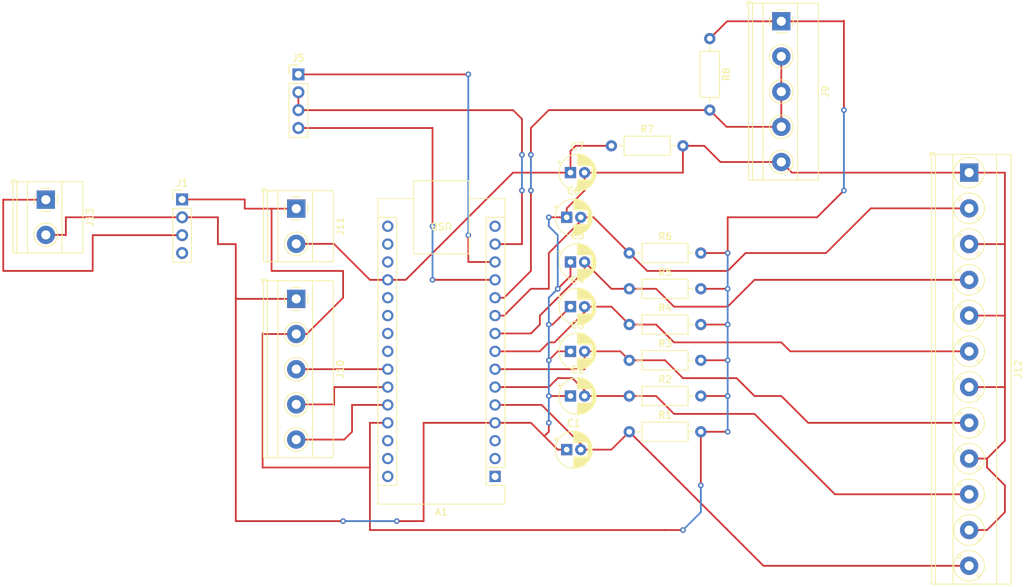
<source format=kicad_pcb>
(kicad_pcb (version 20221018) (generator pcbnew)
  (layers (0 "F.Cu" signal) (31 "B.Cu" signal) (34 "B.Paste" user) (35 "F.Paste" user) (36 "B.SilkS" user "B.Silkscreen") (37 "F.SilkS" user "F.Silkscreen") (38 "B.Mask" user) (39 "F.Mask" user) (44 "Edge.Cuts" user))
  (net 0 "")
  (net 4 "GND")
  (net 5 "Net-(A1-D2)")
  (net 6 "Net-(A1-D3)")
  (net 7 "Net-(A1-D4)")
  (net 8 "Net-(A1-D5)")
  (net 9 "Net-(A1-D6)")
  (net 10 "Net-(A1-D7)")
  (net 11 "Net-(A1-D8)")
  (net 12 "Net-(A1-D9)")
  (net 13 "Net-(A1-D10)")
  (net 14 "Net-(A1-D11)")
  (net 19 "Net-(A1-A0)")
  (net 24 "Net-(A1-A5)")
  (net 25 "Net-(A1-A6)")
  (net 26 "Net-(A1-A7)")
  (net 27 "Net-(A1-+5V)")
  (net 31 "Net-(J1-Pin_3)")
  (footprint "Capacitor_THT:CP_Radial_D5.0mm_P2.00mm" (layer "F.Cu") (at 145.32 78.74)
    (fp_text reference "C5" (at 1 -3.75) (layer "F.SilkS"))
    (fp_text value "C")
    (pad "1" thru_hole rect (at 0 0) (size 1.6 1.6) (drill 0.8) (layers "*.Cu" "*.Mask") (net 4 "GND"))
    (pad "2" thru_hole circle (at 2 0) (size 1.6 1.6) (drill 0.8) (layers "*.Cu" "*.Mask") (net 9 "Net-(A1-D6)"))
  )
  (footprint "Resistor_THT:R_Axial_DIN0207_L6.3mm_D2.5mm_P10.16mm_Horizontal" (layer "F.Cu") (at 165.1 46.99 -90)
    (fp_text reference "R8" (at 5.08 -2.37 90) (layer "F.SilkS"))
    (fp_text value "10kR")
    (pad "1" thru_hole circle (at 0 0 270) (size 1.6 1.6) (drill 0.8) (layers "*.Cu" "*.Mask") (net 27 "Net-(A1-+5V)"))
    (pad "2" thru_hole oval (at 10.16 0 270) (size 1.6 1.6) (drill 0.8) (layers "*.Cu" "*.Mask") (net 11 "Net-(A1-D8)"))
  )
  (footprint "Resistor_THT:R_Axial_DIN0207_L6.3mm_D2.5mm_P10.16mm_Horizontal" (layer "F.Cu") (at 153.67 92.71)
    (fp_text reference "R3" (at 5.08 -2.37) (layer "F.SilkS"))
    (fp_text value "R")
    (pad "1" thru_hole circle (at 0 0) (size 1.6 1.6) (drill 0.8) (layers "*.Cu" "*.Mask") (net 7 "Net-(A1-D4)"))
    (pad "2" thru_hole oval (at 10.16 0) (size 1.6 1.6) (drill 0.8) (layers "*.Cu" "*.Mask") (net 27 "Net-(A1-+5V)"))
  )
  (footprint "TerminalBlock_Phoenix:TerminalBlock_Phoenix_MKDS-1,5-5_1x05_P5.00mm_Horizontal" (layer "F.Cu") (at 106.375 83.98 -90)
    (fp_text reference "J10" (at 10 -6.26 90) (layer "F.SilkS"))
    (fp_text value "K-Type")
    (pad "1" thru_hole rect (at 0 0 270) (size 2.6 2.6) (drill 1.3) (layers "*.Cu" "*.Mask") (net 4 "GND"))
    (pad "2" thru_hole circle (at 5 0 270) (size 2.6 2.6) (drill 1.3) (layers "*.Cu" "*.Mask") (net 27 "Net-(A1-+5V)"))
    (pad "3" thru_hole circle (at 10 0 270) (size 2.6 2.6) (drill 1.3) (layers "*.Cu" "*.Mask") (net 24 "Net-(A1-A5)"))
    (pad "4" thru_hole circle (at 15 0 270) (size 2.6 2.6) (drill 1.3) (layers "*.Cu" "*.Mask") (net 25 "Net-(A1-A6)"))
    (pad "5" thru_hole circle (at 20 0 270) (size 2.6 2.6) (drill 1.3) (layers "*.Cu" "*.Mask") (net 26 "Net-(A1-A7)"))
  )
  (footprint "Resistor_THT:R_Axial_DIN0207_L6.3mm_D2.5mm_P10.16mm_Horizontal" (layer "F.Cu") (at 153.67 82.55)
    (fp_text reference "R5" (at 5.08 -2.37) (layer "F.SilkS"))
    (fp_text value "R")
    (pad "1" thru_hole circle (at 0 0) (size 1.6 1.6) (drill 0.8) (layers "*.Cu" "*.Mask") (net 9 "Net-(A1-D6)"))
    (pad "2" thru_hole oval (at 10.16 0) (size 1.6 1.6) (drill 0.8) (layers "*.Cu" "*.Mask") (net 27 "Net-(A1-+5V)"))
  )
  (footprint "Resistor_THT:R_Axial_DIN0207_L6.3mm_D2.5mm_P10.16mm_Horizontal" (layer "F.Cu") (at 153.67 102.87)
    (fp_text reference "R1" (at 5.08 -2.37) (layer "F.SilkS"))
    (fp_text value "R")
    (pad "1" thru_hole circle (at 0 0) (size 1.6 1.6) (drill 0.8) (layers "*.Cu" "*.Mask") (net 5 "Net-(A1-D2)"))
    (pad "2" thru_hole oval (at 10.16 0) (size 1.6 1.6) (drill 0.8) (layers "*.Cu" "*.Mask") (net 27 "Net-(A1-+5V)"))
  )
  (footprint "Capacitor_THT:CP_Radial_D5.0mm_P2.00mm" (layer "F.Cu") (at 145.32 97.79)
    (fp_text reference "C2" (at 1 -3.75) (layer "F.SilkS"))
    (fp_text value "C")
    (pad "1" thru_hole rect (at 0 0) (size 1.6 1.6) (drill 0.8) (layers "*.Cu" "*.Mask") (net 4 "GND"))
    (pad "2" thru_hole circle (at 2 0) (size 1.6 1.6) (drill 0.8) (layers "*.Cu" "*.Mask") (net 6 "Net-(A1-D3)"))
  )
  (footprint "TerminalBlock_Phoenix:TerminalBlock_Phoenix_MKDS-3-12-5.08_1x12_P5.08mm_Horizontal" (layer "F.Cu") (at 201.93 66.04 -90)
    (fp_text reference "J12" (at 27.94 -6.96 90) (layer "F.SilkS"))
    (fp_text value "Kapacitivni senzori")
    (pad "1" thru_hole rect (at 0 0 270) (size 2.6 2.6) (drill 1.3) (layers "*.Cu" "*.Mask") (net 4 "GND"))
    (pad "2" thru_hole circle (at 5.08 0 270) (size 2.6 2.6) (drill 1.3) (layers "*.Cu" "*.Mask") (net 10 "Net-(A1-D7)"))
    (pad "3" thru_hole circle (at 10.16 0 270) (size 2.6 2.6) (drill 1.3) (layers "*.Cu" "*.Mask") (net 4 "GND"))
    (pad "4" thru_hole circle (at 15.24 0 270) (size 2.6 2.6) (drill 1.3) (layers "*.Cu" "*.Mask") (net 9 "Net-(A1-D6)"))
    (pad "5" thru_hole circle (at 20.32 0 270) (size 2.6 2.6) (drill 1.3) (layers "*.Cu" "*.Mask") (net 4 "GND"))
    (pad "6" thru_hole circle (at 25.4 0 270) (size 2.6 2.6) (drill 1.3) (layers "*.Cu" "*.Mask") (net 8 "Net-(A1-D5)"))
    (pad "7" thru_hole circle (at 30.48 0 270) (size 2.6 2.6) (drill 1.3) (layers "*.Cu" "*.Mask") (net 4 "GND"))
    (pad "8" thru_hole circle (at 35.56 0 270) (size 2.6 2.6) (drill 1.3) (layers "*.Cu" "*.Mask") (net 7 "Net-(A1-D4)"))
    (pad "9" thru_hole circle (at 40.64 0 270) (size 2.6 2.6) (drill 1.3) (layers "*.Cu" "*.Mask") (net 4 "GND"))
    (pad "10" thru_hole circle (at 45.72 0 270) (size 2.6 2.6) (drill 1.3) (layers "*.Cu" "*.Mask") (net 6 "Net-(A1-D3)"))
    (pad "11" thru_hole circle (at 50.8 0 270) (size 2.6 2.6) (drill 1.3) (layers "*.Cu" "*.Mask") (net 4 "GND"))
    (pad "12" thru_hole circle (at 55.88 0 270) (size 2.6 2.6) (drill 1.3) (layers "*.Cu" "*.Mask") (net 5 "Net-(A1-D2)"))
  )
  (footprint "TerminalBlock_Phoenix:TerminalBlock_Phoenix_MKDS-1,5-2_1x02_P5.00mm_Horizontal" (layer "F.Cu") (at 106.375 71.16 -90)
    (fp_text reference "J11" (at 2.5 -6.26 90) (layer "F.SilkS"))
    (fp_text value "Foto senzor")
    (pad "1" thru_hole rect (at 0 0 270) (size 2.6 2.6) (drill 1.3) (layers "*.Cu" "*.Mask") (net 27 "Net-(A1-+5V)"))
    (pad "2" thru_hole circle (at 5 0 270) (size 2.6 2.6) (drill 1.3) (layers "*.Cu" "*.Mask") (net 19 "Net-(A1-A0)"))
  )
  (footprint "Capacitor_THT:CP_Radial_D5.0mm_P2.00mm" (layer "F.Cu") (at 144.78 105.41)
    (fp_text reference "C1" (at 1 -3.75) (layer "F.SilkS"))
    (fp_text value "C")
    (pad "1" thru_hole rect (at 0 0) (size 1.6 1.6) (drill 0.8) (layers "*.Cu" "*.Mask") (net 4 "GND"))
    (pad "2" thru_hole circle (at 2 0) (size 1.6 1.6) (drill 0.8) (layers "*.Cu" "*.Mask") (net 5 "Net-(A1-D2)"))
  )
  (footprint "Capacitor_THT:CP_Radial_D5.0mm_P2.00mm" (layer "F.Cu") (at 144.78 72.39)
    (fp_text reference "C6" (at 1 -3.75) (layer "F.SilkS"))
    (fp_text value "C")
    (pad "1" thru_hole rect (at 0 0) (size 1.6 1.6) (drill 0.8) (layers "*.Cu" "*.Mask") (net 4 "GND"))
    (pad "2" thru_hole circle (at 2 0) (size 1.6 1.6) (drill 0.8) (layers "*.Cu" "*.Mask") (net 10 "Net-(A1-D7)"))
  )
  (footprint "Capacitor_THT:CP_Radial_D5.0mm_P2.00mm" (layer "F.Cu") (at 145.32 91.44)
    (fp_text reference "C3" (at 1 -3.75) (layer "F.SilkS"))
    (fp_text value "C")
    (pad "1" thru_hole rect (at 0 0) (size 1.6 1.6) (drill 0.8) (layers "*.Cu" "*.Mask") (net 4 "GND"))
    (pad "2" thru_hole circle (at 2 0) (size 1.6 1.6) (drill 0.8) (layers "*.Cu" "*.Mask") (net 7 "Net-(A1-D4)"))
  )
  (footprint "Resistor_THT:R_Axial_DIN0207_L6.3mm_D2.5mm_P10.16mm_Horizontal" (layer "F.Cu") (at 153.67 97.79)
    (fp_text reference "R2" (at 5.08 -2.37) (layer "F.SilkS"))
    (fp_text value "R")
    (pad "1" thru_hole circle (at 0 0) (size 1.6 1.6) (drill 0.8) (layers "*.Cu" "*.Mask") (net 6 "Net-(A1-D3)"))
    (pad "2" thru_hole oval (at 10.16 0) (size 1.6 1.6) (drill 0.8) (layers "*.Cu" "*.Mask") (net 27 "Net-(A1-+5V)"))
  )
  (footprint "Resistor_THT:R_Axial_DIN0207_L6.3mm_D2.5mm_P10.16mm_Horizontal" (layer "F.Cu") (at 153.67 77.47)
    (fp_text reference "R6" (at 5.08 -2.37) (layer "F.SilkS"))
    (fp_text value "R")
    (pad "1" thru_hole circle (at 0 0) (size 1.6 1.6) (drill 0.8) (layers "*.Cu" "*.Mask") (net 10 "Net-(A1-D7)"))
    (pad "2" thru_hole oval (at 10.16 0) (size 1.6 1.6) (drill 0.8) (layers "*.Cu" "*.Mask") (net 27 "Net-(A1-+5V)"))
  )
  (footprint "TerminalBlock_Phoenix:TerminalBlock_Phoenix_MKDS-1,5-2_1x02_P5.00mm_Horizontal" (layer "F.Cu") (at 70.815 69.89 -90)
    (fp_text reference "J13" (at 2.5 -6.26 90) (layer "F.SilkS"))
    (fp_text value "Napajanje12V")
    (pad "1" thru_hole rect (at 0 0 270) (size 2.6 2.6) (drill 1.3) (layers "*.Cu" "*.Mask") (net 31 "Net-(J1-Pin_3)"))
    (pad "2" thru_hole circle (at 5 0 270) (size 2.6 2.6) (drill 1.3) (layers "*.Cu" "*.Mask") (net 4 "GND"))
  )
  (footprint "Capacitor_THT:CP_Radial_D5.0mm_P2.00mm" (layer "F.Cu") (at 145.32 66.04)
    (fp_text reference "C7" (at 1 -3.75) (layer "F.SilkS"))
    (fp_text value "C")
    (pad "1" thru_hole rect (at 0 0) (size 1.6 1.6) (drill 0.8) (layers "*.Cu" "*.Mask") (net 19 "Net-(A1-A0)"))
    (pad "2" thru_hole circle (at 2 0) (size 1.6 1.6) (drill 0.8) (layers "*.Cu" "*.Mask") (net 4 "GND"))
  )
  (footprint "Connector_PinHeader_2.54mm:PinHeader_1x04_P2.54mm_Vertical" (layer "F.Cu") (at 106.68 52.08)
    (fp_text reference "J5" (at 0 -2.33) (layer "F.SilkS"))
    (fp_text value "MAX485Comm")
    (pad "1" thru_hole rect (at 0 0) (size 1.7 1.7) (drill 1) (layers "*.Cu" "*.Mask") (net 13 "Net-(A1-D10)"))
    (pad "2" thru_hole oval (at 0 2.54) (size 1.7 1.7) (drill 1) (layers "*.Cu" "*.Mask") (net 14 "Net-(A1-D11)"))
    (pad "3" thru_hole oval (at 0 5.08) (size 1.7 1.7) (drill 1) (layers "*.Cu" "*.Mask") (net 14 "Net-(A1-D11)"))
    (pad "4" thru_hole oval (at 0 7.62) (size 1.7 1.7) (drill 1) (layers "*.Cu" "*.Mask") (net 12 "Net-(A1-D9)"))
  )
  (footprint "Capacitor_THT:CP_Radial_D5.0mm_P2.00mm" (layer "F.Cu") (at 145.32 85.09)
    (fp_text reference "C4" (at 1 -3.75) (layer "F.SilkS"))
    (fp_text value "C")
    (pad "1" thru_hole rect (at 0 0) (size 1.6 1.6) (drill 0.8) (layers "*.Cu" "*.Mask") (net 4 "GND"))
    (pad "2" thru_hole circle (at 2 0) (size 1.6 1.6) (drill 0.8) (layers "*.Cu" "*.Mask") (net 8 "Net-(A1-D5)"))
  )
  (footprint "Connector_PinHeader_2.54mm:PinHeader_1x04_P2.54mm_Vertical" (layer "F.Cu") (at 90.17 69.85)
    (fp_text reference "J1" (at 0 -2.33) (layer "F.SilkS"))
    (fp_text value "dc-dc mini buck converter")
    (pad "1" thru_hole rect (at 0 0) (size 1.7 1.7) (drill 1) (layers "*.Cu" "*.Mask") (net 27 "Net-(A1-+5V)"))
    (pad "2" thru_hole oval (at 0 2.54) (size 1.7 1.7) (drill 1) (layers "*.Cu" "*.Mask") (net 4 "GND"))
    (pad "3" thru_hole oval (at 0 5.08) (size 1.7 1.7) (drill 1) (layers "*.Cu" "*.Mask") (net 31 "Net-(J1-Pin_3)"))
    (pad "4" thru_hole oval (at 0 7.62) (size 1.7 1.7) (drill 1) (layers "*.Cu" "*.Mask"))
  )
  (footprint "Resistor_THT:R_Axial_DIN0207_L6.3mm_D2.5mm_P10.16mm_Horizontal" (layer "F.Cu") (at 151.13 62.23)
    (fp_text reference "R7" (at 5.08 -2.37) (layer "F.SilkS"))
    (fp_text value "R")
    (pad "1" thru_hole circle (at 0 0) (size 1.6 1.6) (drill 0.8) (layers "*.Cu" "*.Mask") (net 19 "Net-(A1-A0)"))
    (pad "2" thru_hole oval (at 10.16 0) (size 1.6 1.6) (drill 0.8) (layers "*.Cu" "*.Mask") (net 4 "GND"))
  )
  (footprint "Module:Arduino_Nano" (layer "F.Cu") (at 134.61 109.22 180)
    (fp_text reference "A1" (at 7.62 -5.08) (layer "F.SilkS"))
    (fp_text value "Arduino_Nano_v3.x")
    (fp_text user "USB" (at 7.62 35.56 180 unlocked) (layer "F.SilkS"))
    (pad "1" thru_hole rect (at 0 0 180) (size 1.6 1.6) (drill 1) (layers "*.Cu" "*.Mask"))
    (pad "2" thru_hole oval (at 0 2.54 180) (size 1.6 1.6) (drill 1) (layers "*.Cu" "*.Mask"))
    (pad "3" thru_hole oval (at 0 5.08 180) (size 1.6 1.6) (drill 1) (layers "*.Cu" "*.Mask"))
    (pad "4" thru_hole oval (at 0 7.62 180) (size 1.6 1.6) (drill 1) (layers "*.Cu" "*.Mask") (net 4 "GND"))
    (pad "5" thru_hole oval (at 0 10.16 180) (size 1.6 1.6) (drill 1) (layers "*.Cu" "*.Mask") (net 5 "Net-(A1-D2)"))
    (pad "6" thru_hole oval (at 0 12.7 180) (size 1.6 1.6) (drill 1) (layers "*.Cu" "*.Mask") (net 6 "Net-(A1-D3)"))
    (pad "7" thru_hole oval (at 0 15.24 180) (size 1.6 1.6) (drill 1) (layers "*.Cu" "*.Mask") (net 7 "Net-(A1-D4)"))
    (pad "8" thru_hole oval (at 0 17.78 180) (size 1.6 1.6) (drill 1) (layers "*.Cu" "*.Mask") (net 8 "Net-(A1-D5)"))
    (pad "9" thru_hole oval (at 0 20.32 180) (size 1.6 1.6) (drill 1) (layers "*.Cu" "*.Mask") (net 9 "Net-(A1-D6)"))
    (pad "10" thru_hole oval (at 0 22.86 180) (size 1.6 1.6) (drill 1) (layers "*.Cu" "*.Mask") (net 10 "Net-(A1-D7)"))
    (pad "11" thru_hole oval (at 0 25.4 180) (size 1.6 1.6) (drill 1) (layers "*.Cu" "*.Mask") (net 11 "Net-(A1-D8)"))
    (pad "12" thru_hole oval (at 0 27.94 180) (size 1.6 1.6) (drill 1) (layers "*.Cu" "*.Mask") (net 12 "Net-(A1-D9)"))
    (pad "13" thru_hole oval (at 0 30.48 180) (size 1.6 1.6) (drill 1) (layers "*.Cu" "*.Mask") (net 13 "Net-(A1-D10)"))
    (pad "14" thru_hole oval (at 0 33.02 180) (size 1.6 1.6) (drill 1) (layers "*.Cu" "*.Mask") (net 14 "Net-(A1-D11)"))
    (pad "15" thru_hole oval (at 0 35.56 180) (size 1.6 1.6) (drill 1) (layers "*.Cu" "*.Mask"))
    (pad "16" thru_hole oval (at 15.24 35.56 180) (size 1.6 1.6) (drill 1) (layers "*.Cu" "*.Mask"))
    (pad "17" thru_hole oval (at 15.24 33.02 180) (size 1.6 1.6) (drill 1) (layers "*.Cu" "*.Mask"))
    (pad "18" thru_hole oval (at 15.24 30.48 180) (size 1.6 1.6) (drill 1) (layers "*.Cu" "*.Mask"))
    (pad "19" thru_hole oval (at 15.24 27.94 180) (size 1.6 1.6) (drill 1) (layers "*.Cu" "*.Mask") (net 19 "Net-(A1-A0)"))
    (pad "20" thru_hole oval (at 15.24 25.4 180) (size 1.6 1.6) (drill 1) (layers "*.Cu" "*.Mask"))
    (pad "21" thru_hole oval (at 15.24 22.86 180) (size 1.6 1.6) (drill 1) (layers "*.Cu" "*.Mask"))
    (pad "22" thru_hole oval (at 15.24 20.32 180) (size 1.6 1.6) (drill 1) (layers "*.Cu" "*.Mask"))
    (pad "23" thru_hole oval (at 15.24 17.78 180) (size 1.6 1.6) (drill 1) (layers "*.Cu" "*.Mask"))
    (pad "24" thru_hole oval (at 15.24 15.24 180) (size 1.6 1.6) (drill 1) (layers "*.Cu" "*.Mask") (net 24 "Net-(A1-A5)"))
    (pad "25" thru_hole oval (at 15.24 12.7 180) (size 1.6 1.6) (drill 1) (layers "*.Cu" "*.Mask") (net 25 "Net-(A1-A6)"))
    (pad "26" thru_hole oval (at 15.24 10.16 180) (size 1.6 1.6) (drill 1) (layers "*.Cu" "*.Mask") (net 26 "Net-(A1-A7)"))
    (pad "27" thru_hole oval (at 15.24 7.62 180) (size 1.6 1.6) (drill 1) (layers "*.Cu" "*.Mask") (net 27 "Net-(A1-+5V)"))
    (pad "28" thru_hole oval (at 15.24 5.08 180) (size 1.6 1.6) (drill 1) (layers "*.Cu" "*.Mask"))
    (pad "29" thru_hole oval (at 15.24 2.54 180) (size 1.6 1.6) (drill 1) (layers "*.Cu" "*.Mask"))
    (pad "30" thru_hole oval (at 15.24 0 180) (size 1.6 1.6) (drill 1) (layers "*.Cu" "*.Mask"))
  )
  (footprint "Resistor_THT:R_Axial_DIN0207_L6.3mm_D2.5mm_P10.16mm_Horizontal" (layer "F.Cu") (at 153.67 87.63)
    (fp_text reference "R4" (at 5.08 -2.37) (layer "F.SilkS"))
    (fp_text value "R")
    (pad "1" thru_hole circle (at 0 0) (size 1.6 1.6) (drill 0.8) (layers "*.Cu" "*.Mask") (net 8 "Net-(A1-D5)"))
    (pad "2" thru_hole oval (at 10.16 0) (size 1.6 1.6) (drill 0.8) (layers "*.Cu" "*.Mask") (net 27 "Net-(A1-+5V)"))
  )
  (footprint "TerminalBlock_Phoenix:TerminalBlock_Phoenix_MKDS-1,5-5_1x05_P5.00mm_Horizontal" (layer "F.Cu") (at 175.26 44.53 -90)
    (fp_text reference "J9" (at 10 -6.26 90) (layer "F.SilkS"))
    (fp_text value "Temperaturni senzori")
    (pad "1" thru_hole rect (at 0 0 270) (size 2.6 2.6) (drill 1.3) (layers "*.Cu" "*.Mask") (net 27 "Net-(A1-+5V)"))
    (pad "2" thru_hole circle (at 5 0 270) (size 2.6 2.6) (drill 1.3) (layers "*.Cu" "*.Mask") (net 11 "Net-(A1-D8)"))
    (pad "3" thru_hole circle (at 10 0 270) (size 2.6 2.6) (drill 1.3) (layers "*.Cu" "*.Mask") (net 11 "Net-(A1-D8)"))
    (pad "4" thru_hole circle (at 15 0 270) (size 2.6 2.6) (drill 1.3) (layers "*.Cu" "*.Mask") (net 11 "Net-(A1-D8)"))
    (pad "5" thru_hole circle (at 20 0 270) (size 2.6 2.6) (drill 1.3) (layers "*.Cu" "*.Mask") (net 4 "GND"))
  )
  (segment (start 176.77 66.04) (end 175.26 64.53) (width 0.25) (layer "F.Cu") (net 4))
  (segment (start 143.51 82.55) (end 145.32 80.74) (width 0.25) (layer "F.Cu") (net 4))
  (segment (start 73.66 72.39) (end 90.17 72.39) (width 0.25) (layer "F.Cu") (net 4))
  (segment (start 120.65 115.57) (end 124.46 115.57) (width 0.25) (layer "F.Cu") (net 4))
  (segment (start 201.93 66.04) (end 176.77 66.04) (width 0.25) (layer "F.Cu") (net 4))
  (segment (start 204.47 106.68) (end 201.93 106.68) (width 0.25) (layer "F.Cu") (net 4))
  (segment (start 95.25 76.2) (end 97.79 76.2) (width 0.25) (layer "F.Cu") (net 4))
  (segment (start 144.78 71.12) (end 144.78 72.39) (width 0.25) (layer "F.Cu") (net 4))
  (segment (start 142.24 87.63) (end 142.78 87.63) (width 0.25) (layer "F.Cu") (net 4))
  (segment (start 142.24 102.87) (end 142.24 101.6) (width 0.25) (layer "F.Cu") (net 4))
  (segment (start 97.79 113.03) (end 97.79 115.57) (width 0.25) (layer "F.Cu") (net 4))
  (segment (start 207.01 86.36) (end 201.93 86.36) (width 0.25) (layer "F.Cu") (net 4))
  (segment (start 207.01 66.04) (end 201.93 66.04) (width 0.25) (layer "F.Cu") (net 4))
  (segment (start 143.51 105.41) (end 141.605 103.505) (width 0.25) (layer "F.Cu") (net 4))
  (segment (start 124.46 101.6) (end 134.61 101.6) (width 0.25) (layer "F.Cu") (net 4))
  (segment (start 204.47 106.68) (end 207.01 104.14) (width 0.25) (layer "F.Cu") (net 4))
  (segment (start 73.62 74.89) (end 73.66 74.93) (width 0.25) (layer "F.Cu") (net 4))
  (segment (start 144.78 105.41) (end 143.51 105.41) (width 0.25) (layer "F.Cu") (net 4))
  (segment (start 207.01 86.36) (end 207.01 76.2) (width 0.25) (layer "F.Cu") (net 4))
  (segment (start 143.51 91.44) (end 145.32 91.44) (width 0.25) (layer "F.Cu") (net 4))
  (segment (start 97.79 76.2) (end 97.79 83.82) (width 0.25) (layer "F.Cu") (net 4))
  (segment (start 73.66 74.93) (end 73.66 72.39) (width 0.25) (layer "F.Cu") (net 4))
  (segment (start 207.01 114.3) (end 207.01 110.49) (width 0.25) (layer "F.Cu") (net 4))
  (segment (start 142.24 72.39) (end 144.78 72.39) (width 0.25) (layer "F.Cu") (net 4))
  (segment (start 70.815 74.89) (end 73.62 74.89) (width 0.25) (layer "F.Cu") (net 4))
  (segment (start 141.605 103.505) (end 142.24 102.87) (width 0.25) (layer "F.Cu") (net 4))
  (segment (start 90.17 72.39) (end 95.25 72.39) (width 0.25) (layer "F.Cu") (net 4))
  (segment (start 207.01 76.2) (end 201.93 76.2) (width 0.25) (layer "F.Cu") (net 4))
  (segment (start 139.7 101.6) (end 134.61 101.6) (width 0.25) (layer "F.Cu") (net 4))
  (segment (start 142.24 97.79) (end 145.32 97.79) (width 0.25) (layer "F.Cu") (net 4))
  (segment (start 207.01 96.52) (end 207.01 86.36) (width 0.25) (layer "F.Cu") (net 4))
  (segment (start 142.24 92.71) (end 143.51 91.44) (width 0.25) (layer "F.Cu") (net 4))
  (segment (start 97.79 83.82) (end 97.79 113.03) (width 0.25) (layer "F.Cu") (net 4))
  (segment (start 95.25 72.39) (end 95.25 76.2) (width 0.25) (layer "F.Cu") (net 4))
  (segment (start 204.47 116.84) (end 207.01 114.3) (width 0.25) (layer "F.Cu") (net 4))
  (segment (start 124.46 115.57) (end 124.46 101.6) (width 0.25) (layer "F.Cu") (net 4))
  (segment (start 207.01 110.49) (end 204.47 107.95) (width 0.25) (layer "F.Cu") (net 4))
  (segment (start 166.61 64.53) (end 175.26 64.53) (width 0.25) (layer "F.Cu") (net 4))
  (segment (start 161.29 66.04) (end 161.29 62.23) (width 0.25) (layer "F.Cu") (net 4))
  (segment (start 147.32 68.58) (end 144.78 71.12) (width 0.25) (layer "F.Cu") (net 4))
  (segment (start 147.32 66.04) (end 161.29 66.04) (width 0.25) (layer "F.Cu") (net 4))
  (segment (start 164.31 62.23) (end 161.29 62.23) (width 0.25) (layer "F.Cu") (net 4))
  (segment (start 166.61 64.53) (end 164.31 62.23) (width 0.25) (layer "F.Cu") (net 4))
  (segment (start 147.32 66.04) (end 147.32 68.58) (width 0.25) (layer "F.Cu") (net 4))
  (segment (start 204.47 107.95) (end 204.47 106.68) (width 0.25) (layer "F.Cu") (net 4))
  (segment (start 145.32 80.74) (end 145.32 78.74) (width 0.25) (layer "F.Cu") (net 4))
  (segment (start 207.01 76.2) (end 207.01 66.04) (width 0.25) (layer "F.Cu") (net 4))
  (segment (start 207.01 104.14) (end 207.01 96.52) (width 0.25) (layer "F.Cu") (net 4))
  (segment (start 201.93 116.84) (end 204.47 116.84) (width 0.25) (layer "F.Cu") (net 4))
  (segment (start 97.79 83.82) (end 97.95 83.98) (width 0.25) (layer "F.Cu") (net 4))
  (segment (start 97.95 83.98) (end 106.375 83.98) (width 0.25) (layer "F.Cu") (net 4))
  (segment (start 141.605 103.505) (end 139.7 101.6) (width 0.25) (layer "F.Cu") (net 4))
  (segment (start 142.78 87.63) (end 145.32 85.09) (width 0.25) (layer "F.Cu") (net 4))
  (segment (start 97.79 115.57) (end 113.03 115.57) (width 0.25) (layer "F.Cu") (net 4))
  (segment (start 207.01 96.52) (end 201.93 96.52) (width 0.25) (layer "F.Cu") (net 4))
  (via (at 142.24 87.63) (size 0.8) (drill 0.4) (layers "F.Cu" "B.Cu") (net 4))
  (via (at 120.65 115.57) (size 0.8) (drill 0.4) (layers "F.Cu" "B.Cu") (net 4))
  (via (at 142.24 101.6) (size 0.8) (drill 0.4) (layers "F.Cu" "B.Cu") (net 4))
  (via (at 142.24 72.39) (size 0.8) (drill 0.4) (layers "F.Cu" "B.Cu") (net 4))
  (via (at 142.24 92.71) (size 0.8) (drill 0.4) (layers "F.Cu" "B.Cu") (net 4))
  (via (at 113.03 115.57) (size 0.8) (drill 0.4) (layers "F.Cu" "B.Cu") (net 4))
  (via (at 142.24 97.79) (size 0.8) (drill 0.4) (layers "F.Cu" "B.Cu") (net 4))
  (via (at 143.51 82.55) (size 0.8) (drill 0.4) (layers "F.Cu" "B.Cu") (net 4))
  (segment (start 142.24 87.63) (end 142.24 83.82) (width 0.25) (layer "B.Cu") (net 4))
  (segment (start 143.51 74.93) (end 142.24 73.66) (width 0.25) (layer "B.Cu") (net 4))
  (segment (start 142.24 97.79) (end 142.24 92.71) (width 0.25) (layer "B.Cu") (net 4))
  (segment (start 142.24 83.82) (end 143.51 82.55) (width 0.25) (layer "B.Cu") (net 4))
  (segment (start 142.24 92.71) (end 142.24 87.63) (width 0.25) (layer "B.Cu") (net 4))
  (segment (start 143.51 82.55) (end 143.51 74.93) (width 0.25) (layer "B.Cu") (net 4))
  (segment (start 142.24 101.6) (end 142.24 97.79) (width 0.25) (layer "B.Cu") (net 4))
  (segment (start 142.24 73.66) (end 142.24 72.39) (width 0.25) (layer "B.Cu") (net 4))
  (segment (start 113.03 115.57) (end 120.65 115.57) (width 0.25) (layer "B.Cu") (net 4))
  (segment (start 146.78 105.41) (end 146.78 104.61) (width 0.25) (layer "F.Cu") (net 5))
  (segment (start 201.93 121.92) (end 172.72 121.92) (width 0.25) (layer "F.Cu") (net 5))
  (segment (start 151.13 105.41) (end 146.78 105.41) (width 0.25) (layer "F.Cu") (net 5))
  (segment (start 153.67 102.87) (end 151.13 105.41) (width 0.25) (layer "F.Cu") (net 5))
  (segment (start 146.78 104.61) (end 141.23 99.06) (width 0.25) (layer "F.Cu") (net 5))
  (segment (start 172.72 121.92) (end 153.67 102.87) (width 0.25) (layer "F.Cu") (net 5))
  (segment (start 141.23 99.06) (end 134.61 99.06) (width 0.25) (layer "F.Cu") (net 5))
  (segment (start 157.48 97.79) (end 153.67 97.79) (width 0.25) (layer "F.Cu") (net 6))
  (segment (start 182.88 111.76) (end 171.45 100.33) (width 0.25) (layer "F.Cu") (net 6))
  (segment (start 147.32 96.99) (end 145.58 95.25) (width 0.25) (layer "F.Cu") (net 6))
  (segment (start 147.32 97.79) (end 153.67 97.79) (width 0.25) (layer "F.Cu") (net 6))
  (segment (start 143.51 95.25) (end 142.24 96.52) (width 0.25) (layer "F.Cu") (net 6))
  (segment (start 201.93 111.76) (end 182.88 111.76) (width 0.25) (layer "F.Cu") (net 6))
  (segment (start 147.32 97.79) (end 147.32 96.99) (width 0.25) (layer "F.Cu") (net 6))
  (segment (start 142.24 96.52) (end 134.61 96.52) (width 0.25) (layer "F.Cu") (net 6))
  (segment (start 145.58 95.25) (end 143.51 95.25) (width 0.25) (layer "F.Cu") (net 6))
  (segment (start 160.02 100.33) (end 157.48 97.79) (width 0.25) (layer "F.Cu") (net 6))
  (segment (start 171.45 100.33) (end 160.02 100.33) (width 0.25) (layer "F.Cu") (net 6))
  (segment (start 171.45 97.79) (end 168.91 95.25) (width 0.25) (layer "F.Cu") (net 7))
  (segment (start 179.07 101.6) (end 175.26 97.79) (width 0.25) (layer "F.Cu") (net 7))
  (segment (start 147.32 93.98) (end 134.61 93.98) (width 0.25) (layer "F.Cu") (net 7))
  (segment (start 175.26 97.79) (end 171.45 97.79) (width 0.25) (layer "F.Cu") (net 7))
  (segment (start 147.32 91.44) (end 147.32 93.98) (width 0.25) (layer "F.Cu") (net 7))
  (segment (start 161.29 95.25) (end 158.75 92.71) (width 0.25) (layer "F.Cu") (net 7))
  (segment (start 201.93 101.6) (end 179.07 101.6) (width 0.25) (layer "F.Cu") (net 7))
  (segment (start 147.32 91.44) (end 152.4 91.44) (width 0.25) (layer "F.Cu") (net 7))
  (segment (start 152.4 91.44) (end 153.67 92.71) (width 0.25) (layer "F.Cu") (net 7))
  (segment (start 158.75 92.71) (end 153.67 92.71) (width 0.25) (layer "F.Cu") (net 7))
  (segment (start 168.91 95.25) (end 161.29 95.25) (width 0.25) (layer "F.Cu") (net 7))
  (segment (start 151.13 85.09) (end 153.67 87.63) (width 0.25) (layer "F.Cu") (net 8))
  (segment (start 160.02 90.17) (end 157.48 87.63) (width 0.25) (layer "F.Cu") (net 8))
  (segment (start 201.93 91.44) (end 176.53 91.44) (width 0.25) (layer "F.Cu") (net 8))
  (segment (start 142.24 90.17) (end 140.97 91.44) (width 0.25) (layer "F.Cu") (net 8))
  (segment (start 147.32 85.09) (end 151.13 85.09) (width 0.25) (layer "F.Cu") (net 8))
  (segment (start 147.32 85.09) (end 147.32 85.89) (width 0.25) (layer "F.Cu") (net 8))
  (segment (start 176.53 91.44) (end 175.26 90.17) (width 0.25) (layer "F.Cu") (net 8))
  (segment (start 143.04 90.17) (end 142.24 90.17) (width 0.25) (layer "F.Cu") (net 8))
  (segment (start 140.97 91.44) (end 134.61 91.44) (width 0.25) (layer "F.Cu") (net 8))
  (segment (start 147.32 85.89) (end 143.04 90.17) (width 0.25) (layer "F.Cu") (net 8))
  (segment (start 175.26 90.17) (end 160.02 90.17) (width 0.25) (layer "F.Cu") (net 8))
  (segment (start 157.48 87.63) (end 153.67 87.63) (width 0.25) (layer "F.Cu") (net 8))
  (segment (start 147.32 80.01) (end 140.97 86.36) (width 0.25) (layer "F.Cu") (net 9))
  (segment (start 140.97 86.36) (end 140.97 87.63) (width 0.25) (layer "F.Cu") (net 9))
  (segment (start 171.45 81.28) (end 167.64 85.09) (width 0.25) (layer "F.Cu") (net 9))
  (segment (start 139.7 88.9) (end 134.61 88.9) (width 0.25) (layer "F.Cu") (net 9))
  (segment (start 151.13 82.55) (end 147.32 78.74) (width 0.25) (layer "F.Cu") (net 9))
  (segment (start 140.97 87.63) (end 139.7 88.9) (width 0.25) (layer "F.Cu") (net 9))
  (segment (start 147.32 78.74) (end 147.32 80.01) (width 0.25) (layer "F.Cu") (net 9))
  (segment (start 201.93 81.28) (end 171.45 81.28) (width 0.25) (layer "F.Cu") (net 9))
  (segment (start 160.02 85.09) (end 157.48 82.55) (width 0.25) (layer "F.Cu") (net 9))
  (segment (start 167.64 85.09) (end 160.02 85.09) (width 0.25) (layer "F.Cu") (net 9))
  (segment (start 153.67 82.55) (end 151.13 82.55) (width 0.25) (layer "F.Cu") (net 9))
  (segment (start 157.48 82.55) (end 153.67 82.55) (width 0.25) (layer "F.Cu") (net 9))
  (segment (start 146.78 72.39) (end 148.59 72.39) (width 0.25) (layer "F.Cu") (net 10))
  (segment (start 142.24 77.47) (end 142.24 82.55) (width 0.25) (layer "F.Cu") (net 10))
  (segment (start 146.78 72.39) (end 146.78 72.93) (width 0.25) (layer "F.Cu") (net 10))
  (segment (start 142.24 82.55) (end 139.7 82.55) (width 0.25) (layer "F.Cu") (net 10))
  (segment (start 201.93 71.12) (end 187.96 71.12) (width 0.25) (layer "F.Cu") (net 10))
  (segment (start 167.64 80.01) (end 156.21 80.01) (width 0.25) (layer "F.Cu") (net 10))
  (segment (start 181.61 77.47) (end 170.18 77.47) (width 0.25) (layer "F.Cu") (net 10))
  (segment (start 148.59 72.39) (end 153.67 77.47) (width 0.25) (layer "F.Cu") (net 10))
  (segment (start 146.78 72.93) (end 142.24 77.47) (width 0.25) (layer "F.Cu") (net 10))
  (segment (start 156.21 80.01) (end 153.67 77.47) (width 0.25) (layer "F.Cu") (net 10))
  (segment (start 187.96 71.12) (end 181.61 77.47) (width 0.25) (layer "F.Cu") (net 10))
  (segment (start 170.18 77.47) (end 167.64 80.01) (width 0.25) (layer "F.Cu") (net 10))
  (segment (start 139.7 82.55) (end 135.89 86.36) (width 0.25) (layer "F.Cu") (net 10))
  (segment (start 135.89 86.36) (end 134.61 86.36) (width 0.25) (layer "F.Cu") (net 10))
  (segment (start 175.26 59.53) (end 175.26 49.53) (width 0.25) (layer "F.Cu") (net 11))
  (segment (start 175.26 59.53) (end 167.48 59.53) (width 0.25) (layer "F.Cu") (net 11))
  (segment (start 134.61 83.82) (end 135.89 83.82) (width 0.25) (layer "F.Cu") (net 11))
  (segment (start 167.48 59.53) (end 165.1 57.15) (width 0.25) (layer "F.Cu") (net 11))
  (segment (start 139.7 59.69) (end 142.24 57.15) (width 0.25) (layer "F.Cu") (net 11))
  (segment (start 135.89 83.82) (end 139.7 80.01) (width 0.25) (layer "F.Cu") (net 11))
  (segment (start 142.24 57.15) (end 165.1 57.15) (width 0.25) (layer "F.Cu") (net 11))
  (segment (start 139.7 80.01) (end 139.7 68.58) (width 0.25) (layer "F.Cu") (net 11))
  (segment (start 139.7 63.5) (end 139.7 59.69) (width 0.25) (layer "F.Cu") (net 11))
  (via (at 139.7 63.5) (size 0.8) (drill 0.4) (layers "F.Cu" "B.Cu") (net 11))
  (via (at 139.7 68.58) (size 0.8) (drill 0.4) (layers "F.Cu" "B.Cu") (net 11))
  (segment (start 139.7 68.58) (end 139.7 63.5) (width 0.25) (layer "B.Cu") (net 11))
  (segment (start 125.73 59.69) (end 125.73 73.66) (width 0.25) (layer "F.Cu") (net 12))
  (segment (start 125.73 81.28) (end 134.61 81.28) (width 0.25) (layer "F.Cu") (net 12))
  (segment (start 106.68 59.7) (end 125.72 59.7) (width 0.25) (layer "F.Cu") (net 12))
  (segment (start 125.72 59.7) (end 125.73 59.69) (width 0.25) (layer "F.Cu") (net 12))
  (via (at 125.73 73.66) (size 0.8) (drill 0.4) (layers "F.Cu" "B.Cu") (net 12))
  (via (at 125.73 81.28) (size 0.8) (drill 0.4) (layers "F.Cu" "B.Cu") (net 12))
  (segment (start 125.73 73.66) (end 125.73 81.28) (width 0.25) (layer "B.Cu") (net 12))
  (segment (start 130.81 52.07) (end 130.8 52.08) (width 0.25) (layer "F.Cu") (net 13))
  (segment (start 134.61 78.74) (end 130.81 78.74) (width 0.25) (layer "F.Cu") (net 13))
  (segment (start 130.81 78.74) (end 130.81 74.93) (width 0.25) (layer "F.Cu") (net 13))
  (segment (start 130.8 52.08) (end 106.68 52.08) (width 0.25) (layer "F.Cu") (net 13))
  (via (at 130.81 74.93) (size 0.8) (drill 0.4) (layers "F.Cu" "B.Cu") (net 13))
  (via (at 130.81 52.07) (size 0.8) (drill 0.4) (layers "F.Cu" "B.Cu") (net 13))
  (segment (start 130.81 74.93) (end 130.81 52.07) (width 0.25) (layer "B.Cu") (net 13))
  (segment (start 138.43 76.2) (end 138.43 68.58) (width 0.25) (layer "F.Cu") (net 14))
  (segment (start 106.68 54.62) (end 106.68 57.16) (width 0.25) (layer "F.Cu") (net 14))
  (segment (start 137.17 57.16) (end 106.68 57.16) (width 0.25) (layer "F.Cu") (net 14))
  (segment (start 138.43 63.5) (end 138.43 58.42) (width 0.25) (layer "F.Cu") (net 14))
  (segment (start 134.61 76.2) (end 138.43 76.2) (width 0.25) (layer "F.Cu") (net 14))
  (segment (start 138.43 58.42) (end 137.17 57.16) (width 0.25) (layer "F.Cu") (net 14))
  (via (at 138.43 68.58) (size 0.8) (drill 0.4) (layers "F.Cu" "B.Cu") (net 14))
  (via (at 138.43 63.5) (size 0.8) (drill 0.4) (layers "F.Cu" "B.Cu") (net 14))
  (segment (start 138.43 68.58) (end 138.43 63.5) (width 0.25) (layer "B.Cu") (net 14))
  (segment (start 137.16 66.04) (end 121.92 81.28) (width 0.25) (layer "F.Cu") (net 19))
  (segment (start 121.92 81.28) (end 119.37 81.28) (width 0.25) (layer "F.Cu") (net 19))
  (segment (start 106.375 76.16) (end 111.72 76.16) (width 0.25) (layer "F.Cu") (net 19))
  (segment (start 111.72 76.16) (end 116.84 81.28) (width 0.25) (layer "F.Cu") (net 19))
  (segment (start 145.32 66.04) (end 137.16 66.04) (width 0.25) (layer "F.Cu") (net 19))
  (segment (start 116.84 81.28) (end 119.37 81.28) (width 0.25) (layer "F.Cu") (net 19))
  (segment (start 151.13 62.23) (end 146.05 62.23) (width 0.25) (layer "F.Cu") (net 19))
  (segment (start 145.32 62.96) (end 145.32 66.04) (width 0.25) (layer "F.Cu") (net 19))
  (segment (start 146.05 62.23) (end 145.32 62.96) (width 0.25) (layer "F.Cu") (net 19))
  (segment (start 106.375 93.98) (end 119.37 93.98) (width 0.25) (layer "F.Cu") (net 24))
  (segment (start 111.68 98.98) (end 106.375 98.98) (width 0.25) (layer "F.Cu") (net 25))
  (segment (start 119.37 96.52) (end 111.76 96.52) (width 0.25) (layer "F.Cu") (net 25))
  (segment (start 111.76 96.52) (end 111.76 98.9) (width 0.25) (layer "F.Cu") (net 25))
  (segment (start 111.76 99.06) (end 111.68 98.98) (width 0.25) (layer "F.Cu") (net 25))
  (segment (start 111.76 98.9) (end 111.68 98.98) (width 0.25) (layer "F.Cu") (net 25))
  (segment (start 114.3 102.87) (end 113.19 103.98) (width 0.25) (layer "F.Cu") (net 26))
  (segment (start 114.3 99.06) (end 119.37 99.06) (width 0.25) (layer "F.Cu") (net 26))
  (segment (start 113.19 103.98) (end 106.375 103.98) (width 0.25) (layer "F.Cu") (net 26))
  (segment (start 114.3 102.87) (end 114.3 99.06) (width 0.25) (layer "F.Cu") (net 26))
  (segment (start 158.75 116.84) (end 161.29 116.84) (width 0.25) (layer "F.Cu") (net 27))
  (segment (start 102.87 71.16) (end 99.1 71.16) (width 0.25) (layer "F.Cu") (net 27))
  (segment (start 167.64 87.63) (end 163.83 87.63) (width 0.25) (layer "F.Cu") (net 27))
  (segment (start 116.84 101.6) (end 119.37 101.6) (width 0.25) (layer "F.Cu") (net 27))
  (segment (start 184.15 44.45) (end 184.07 44.53) (width 0.25) (layer "F.Cu") (net 27))
  (segment (start 167.64 92.71) (end 163.83 92.71) (width 0.25) (layer "F.Cu") (net 27))
  (segment (start 99.1 71.16) (end 99.06 71.12) (width 0.25) (layer "F.Cu") (net 27))
  (segment (start 101.68 88.98) (end 101.6 88.9) (width 0.25) (layer "F.Cu") (net 27))
  (segment (start 106.375 88.98) (end 107.87 88.98) (width 0.25) (layer "F.Cu") (net 27))
  (segment (start 99.06 71.12) (end 99.06 69.85) (width 0.25) (layer "F.Cu") (net 27))
  (segment (start 113.03 80.01) (end 102.87 80.01) (width 0.25) (layer "F.Cu") (net 27))
  (segment (start 167.64 72.39) (end 180.34 72.39) (width 0.25) (layer "F.Cu") (net 27))
  (segment (start 101.6 88.9) (end 101.6 107.95) (width 0.25) (layer "F.Cu") (net 27))
  (segment (start 184.15 57.15) (end 184.15 44.45) (width 0.25) (layer "F.Cu") (net 27))
  (segment (start 167.64 82.55) (end 163.83 82.55) (width 0.25) (layer "F.Cu") (net 27))
  (segment (start 106.375 88.98) (end 101.68 88.98) (width 0.25) (layer "F.Cu") (net 27))
  (segment (start 167.56 44.53) (end 165.1 46.99) (width 0.25) (layer "F.Cu") (net 27))
  (segment (start 184.07 44.53) (end 175.26 44.53) (width 0.25) (layer "F.Cu") (net 27))
  (segment (start 107.87 88.98) (end 113.03 83.82) (width 0.25) (layer "F.Cu") (net 27))
  (segment (start 175.26 44.53) (end 167.56 44.53) (width 0.25) (layer "F.Cu") (net 27))
  (segment (start 167.64 77.47) (end 163.83 77.47) (width 0.25) (layer "F.Cu") (net 27))
  (segment (start 163.83 102.87) (end 167.64 102.87) (width 0.25) (layer "F.Cu") (net 27))
  (segment (start 163.83 110.49) (end 163.83 102.87) (width 0.25) (layer "F.Cu") (net 27))
  (segment (start 116.84 107.95) (end 116.84 109.22) (width 0.25) (layer "F.Cu") (net 27))
  (segment (start 99.06 69.85) (end 90.17 69.85) (width 0.25) (layer "F.Cu") (net 27))
  (segment (start 113.03 83.82) (end 113.03 80.01) (width 0.25) (layer "F.Cu") (net 27))
  (segment (start 106.375 71.16) (end 102.87 71.16) (width 0.25) (layer "F.Cu") (net 27))
  (segment (start 101.6 107.95) (end 116.84 107.95) (width 0.25) (layer "F.Cu") (net 27))
  (segment (start 116.84 116.84) (end 158.75 116.84) (width 0.25) (layer "F.Cu") (net 27))
  (segment (start 116.84 107.95) (end 116.84 101.6) (width 0.25) (layer "F.Cu") (net 27))
  (segment (start 167.64 97.79) (end 163.83 97.79) (width 0.25) (layer "F.Cu") (net 27))
  (segment (start 180.34 72.39) (end 184.15 68.58) (width 0.25) (layer "F.Cu") (net 27))
  (segment (start 167.64 77.47) (end 167.64 72.39) (width 0.25) (layer "F.Cu") (net 27))
  (segment (start 116.84 109.22) (end 116.84 116.84) (width 0.25) (layer "F.Cu") (net 27))
  (segment (start 102.87 80.01) (end 102.87 71.16) (width 0.25) (layer "F.Cu") (net 27))
  (via (at 161.29 116.84) (size 0.8) (drill 0.4) (layers "F.Cu" "B.Cu") (net 27))
  (via (at 163.83 110.49) (size 0.8) (drill 0.4) (layers "F.Cu" "B.Cu") (net 27))
  (via (at 167.64 102.87) (size 0.8) (drill 0.4) (layers "F.Cu" "B.Cu") (net 27))
  (via (at 167.64 97.79) (size 0.8) (drill 0.4) (layers "F.Cu" "B.Cu") (net 27))
  (via (at 167.64 82.55) (size 0.8) (drill 0.4) (layers "F.Cu" "B.Cu") (net 27))
  (via (at 167.64 92.71) (size 0.8) (drill 0.4) (layers "F.Cu" "B.Cu") (net 27))
  (via (at 184.15 68.58) (size 0.8) (drill 0.4) (layers "F.Cu" "B.Cu") (net 27))
  (via (at 184.15 57.15) (size 0.8) (drill 0.4) (layers "F.Cu" "B.Cu") (net 27))
  (via (at 167.64 87.63) (size 0.8) (drill 0.4) (layers "F.Cu" "B.Cu") (net 27))
  (via (at 167.64 77.47) (size 0.8) (drill 0.4) (layers "F.Cu" "B.Cu") (net 27))
  (segment (start 167.64 82.55) (end 167.64 77.47) (width 0.25) (layer "B.Cu") (net 27))
  (segment (start 167.64 97.79) (end 167.64 92.71) (width 0.25) (layer "B.Cu") (net 27))
  (segment (start 163.83 114.3) (end 163.83 110.49) (width 0.25) (layer "B.Cu") (net 27))
  (segment (start 184.15 68.58) (end 184.15 57.15) (width 0.25) (layer "B.Cu") (net 27))
  (segment (start 167.64 102.87) (end 167.64 97.79) (width 0.25) (layer "B.Cu") (net 27))
  (segment (start 167.64 87.63) (end 167.64 82.55) (width 0.25) (layer "B.Cu") (net 27))
  (segment (start 167.64 92.71) (end 167.64 87.63) (width 0.25) (layer "B.Cu") (net 27))
  (segment (start 161.29 116.84) (end 163.83 114.3) (width 0.25) (layer "B.Cu") (net 27))
  (segment (start 70.815 69.89) (end 64.81 69.89) (width 0.25) (layer "F.Cu") (net 31))
  (segment (start 64.77 80.01) (end 77.47 80.01) (width 0.25) (layer "F.Cu") (net 31))
  (segment (start 64.81 69.89) (end 64.77 69.85) (width 0.25) (layer "F.Cu") (net 31))
  (segment (start 77.47 80.01) (end 77.47 74.93) (width 0.25) (layer "F.Cu") (net 31))
  (segment (start 77.47 74.93) (end 90.17 74.93) (width 0.25) (layer "F.Cu") (net 31))
  (segment (start 64.77 69.85) (end 64.77 80.01) (width 0.25) (layer "F.Cu") (net 31))
)
</source>
